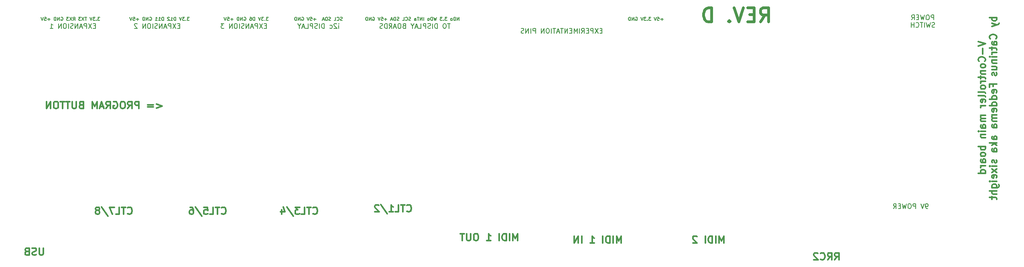
<source format=gbo>
G04 #@! TF.FileFunction,Legend,Bot*
%FSLAX46Y46*%
G04 Gerber Fmt 4.6, Leading zero omitted, Abs format (unit mm)*
G04 Created by KiCad (PCBNEW 4.0.2-stable) date 2-10-2019 17:22:44*
%MOMM*%
G01*
G04 APERTURE LIST*
%ADD10C,0.100000*%
%ADD11C,0.200000*%
%ADD12C,0.140000*%
%ADD13C,0.300000*%
%ADD14C,0.600000*%
G04 APERTURE END LIST*
D10*
D11*
X155853809Y-88320571D02*
X155520475Y-88320571D01*
X155377618Y-88844381D02*
X155853809Y-88844381D01*
X155853809Y-87844381D01*
X155377618Y-87844381D01*
X155044285Y-87844381D02*
X154377618Y-88844381D01*
X154377618Y-87844381D02*
X155044285Y-88844381D01*
X153996666Y-88844381D02*
X153996666Y-87844381D01*
X153615713Y-87844381D01*
X153520475Y-87892000D01*
X153472856Y-87939619D01*
X153425237Y-88034857D01*
X153425237Y-88177714D01*
X153472856Y-88272952D01*
X153520475Y-88320571D01*
X153615713Y-88368190D01*
X153996666Y-88368190D01*
X152996666Y-88320571D02*
X152663332Y-88320571D01*
X152520475Y-88844381D02*
X152996666Y-88844381D01*
X152996666Y-87844381D01*
X152520475Y-87844381D01*
X151520475Y-88844381D02*
X151853809Y-88368190D01*
X152091904Y-88844381D02*
X152091904Y-87844381D01*
X151710951Y-87844381D01*
X151615713Y-87892000D01*
X151568094Y-87939619D01*
X151520475Y-88034857D01*
X151520475Y-88177714D01*
X151568094Y-88272952D01*
X151615713Y-88320571D01*
X151710951Y-88368190D01*
X152091904Y-88368190D01*
X151091904Y-88844381D02*
X151091904Y-87844381D01*
X150615714Y-88844381D02*
X150615714Y-87844381D01*
X150282380Y-88558667D01*
X149949047Y-87844381D01*
X149949047Y-88844381D01*
X149472857Y-88320571D02*
X149139523Y-88320571D01*
X148996666Y-88844381D02*
X149472857Y-88844381D01*
X149472857Y-87844381D01*
X148996666Y-87844381D01*
X148568095Y-88844381D02*
X148568095Y-87844381D01*
X147996666Y-88844381D01*
X147996666Y-87844381D01*
X147663333Y-87844381D02*
X147091904Y-87844381D01*
X147377619Y-88844381D02*
X147377619Y-87844381D01*
X146806190Y-88558667D02*
X146329999Y-88558667D01*
X146901428Y-88844381D02*
X146568095Y-87844381D01*
X146234761Y-88844381D01*
X146044285Y-87844381D02*
X145472856Y-87844381D01*
X145758571Y-88844381D02*
X145758571Y-87844381D01*
X145139523Y-88844381D02*
X145139523Y-87844381D01*
X144472857Y-87844381D02*
X144282380Y-87844381D01*
X144187142Y-87892000D01*
X144091904Y-87987238D01*
X144044285Y-88177714D01*
X144044285Y-88511048D01*
X144091904Y-88701524D01*
X144187142Y-88796762D01*
X144282380Y-88844381D01*
X144472857Y-88844381D01*
X144568095Y-88796762D01*
X144663333Y-88701524D01*
X144710952Y-88511048D01*
X144710952Y-88177714D01*
X144663333Y-87987238D01*
X144568095Y-87892000D01*
X144472857Y-87844381D01*
X143615714Y-88844381D02*
X143615714Y-87844381D01*
X143044285Y-88844381D01*
X143044285Y-87844381D01*
X141806190Y-88844381D02*
X141806190Y-87844381D01*
X141425237Y-87844381D01*
X141329999Y-87892000D01*
X141282380Y-87939619D01*
X141234761Y-88034857D01*
X141234761Y-88177714D01*
X141282380Y-88272952D01*
X141329999Y-88320571D01*
X141425237Y-88368190D01*
X141806190Y-88368190D01*
X140806190Y-88844381D02*
X140806190Y-87844381D01*
X140330000Y-88844381D02*
X140330000Y-87844381D01*
X139758571Y-88844381D01*
X139758571Y-87844381D01*
X139330000Y-88796762D02*
X139187143Y-88844381D01*
X138949047Y-88844381D01*
X138853809Y-88796762D01*
X138806190Y-88749143D01*
X138758571Y-88653905D01*
X138758571Y-88558667D01*
X138806190Y-88463429D01*
X138853809Y-88415810D01*
X138949047Y-88368190D01*
X139139524Y-88320571D01*
X139234762Y-88272952D01*
X139282381Y-88225333D01*
X139330000Y-88130095D01*
X139330000Y-88034857D01*
X139282381Y-87939619D01*
X139234762Y-87892000D01*
X139139524Y-87844381D01*
X138901428Y-87844381D01*
X138758571Y-87892000D01*
X224537619Y-125928381D02*
X224347143Y-125928381D01*
X224251904Y-125880762D01*
X224204285Y-125833143D01*
X224109047Y-125690286D01*
X224061428Y-125499810D01*
X224061428Y-125118857D01*
X224109047Y-125023619D01*
X224156666Y-124976000D01*
X224251904Y-124928381D01*
X224442381Y-124928381D01*
X224537619Y-124976000D01*
X224585238Y-125023619D01*
X224632857Y-125118857D01*
X224632857Y-125356952D01*
X224585238Y-125452190D01*
X224537619Y-125499810D01*
X224442381Y-125547429D01*
X224251904Y-125547429D01*
X224156666Y-125499810D01*
X224109047Y-125452190D01*
X224061428Y-125356952D01*
X223775714Y-124928381D02*
X223442381Y-125928381D01*
X223109047Y-124928381D01*
X222013809Y-125928381D02*
X222013809Y-124928381D01*
X221632856Y-124928381D01*
X221537618Y-124976000D01*
X221489999Y-125023619D01*
X221442380Y-125118857D01*
X221442380Y-125261714D01*
X221489999Y-125356952D01*
X221537618Y-125404571D01*
X221632856Y-125452190D01*
X222013809Y-125452190D01*
X220823333Y-124928381D02*
X220632856Y-124928381D01*
X220537618Y-124976000D01*
X220442380Y-125071238D01*
X220394761Y-125261714D01*
X220394761Y-125595048D01*
X220442380Y-125785524D01*
X220537618Y-125880762D01*
X220632856Y-125928381D01*
X220823333Y-125928381D01*
X220918571Y-125880762D01*
X221013809Y-125785524D01*
X221061428Y-125595048D01*
X221061428Y-125261714D01*
X221013809Y-125071238D01*
X220918571Y-124976000D01*
X220823333Y-124928381D01*
X220061428Y-124928381D02*
X219823333Y-125928381D01*
X219632856Y-125214095D01*
X219442380Y-125928381D01*
X219204285Y-124928381D01*
X218823333Y-125404571D02*
X218489999Y-125404571D01*
X218347142Y-125928381D02*
X218823333Y-125928381D01*
X218823333Y-124928381D01*
X218347142Y-124928381D01*
X217347142Y-125928381D02*
X217680476Y-125452190D01*
X217918571Y-125928381D02*
X217918571Y-124928381D01*
X217537618Y-124928381D01*
X217442380Y-124976000D01*
X217394761Y-125023619D01*
X217347142Y-125118857D01*
X217347142Y-125261714D01*
X217394761Y-125356952D01*
X217442380Y-125404571D01*
X217537618Y-125452190D01*
X217918571Y-125452190D01*
X225839524Y-86012381D02*
X225839524Y-85012381D01*
X225458571Y-85012381D01*
X225363333Y-85060000D01*
X225315714Y-85107619D01*
X225268095Y-85202857D01*
X225268095Y-85345714D01*
X225315714Y-85440952D01*
X225363333Y-85488571D01*
X225458571Y-85536190D01*
X225839524Y-85536190D01*
X224649048Y-85012381D02*
X224458571Y-85012381D01*
X224363333Y-85060000D01*
X224268095Y-85155238D01*
X224220476Y-85345714D01*
X224220476Y-85679048D01*
X224268095Y-85869524D01*
X224363333Y-85964762D01*
X224458571Y-86012381D01*
X224649048Y-86012381D01*
X224744286Y-85964762D01*
X224839524Y-85869524D01*
X224887143Y-85679048D01*
X224887143Y-85345714D01*
X224839524Y-85155238D01*
X224744286Y-85060000D01*
X224649048Y-85012381D01*
X223887143Y-85012381D02*
X223649048Y-86012381D01*
X223458571Y-85298095D01*
X223268095Y-86012381D01*
X223030000Y-85012381D01*
X222649048Y-85488571D02*
X222315714Y-85488571D01*
X222172857Y-86012381D02*
X222649048Y-86012381D01*
X222649048Y-85012381D01*
X222172857Y-85012381D01*
X221172857Y-86012381D02*
X221506191Y-85536190D01*
X221744286Y-86012381D02*
X221744286Y-85012381D01*
X221363333Y-85012381D01*
X221268095Y-85060000D01*
X221220476Y-85107619D01*
X221172857Y-85202857D01*
X221172857Y-85345714D01*
X221220476Y-85440952D01*
X221268095Y-85488571D01*
X221363333Y-85536190D01*
X221744286Y-85536190D01*
X226030000Y-87564762D02*
X225887143Y-87612381D01*
X225649047Y-87612381D01*
X225553809Y-87564762D01*
X225506190Y-87517143D01*
X225458571Y-87421905D01*
X225458571Y-87326667D01*
X225506190Y-87231429D01*
X225553809Y-87183810D01*
X225649047Y-87136190D01*
X225839524Y-87088571D01*
X225934762Y-87040952D01*
X225982381Y-86993333D01*
X226030000Y-86898095D01*
X226030000Y-86802857D01*
X225982381Y-86707619D01*
X225934762Y-86660000D01*
X225839524Y-86612381D01*
X225601428Y-86612381D01*
X225458571Y-86660000D01*
X225125238Y-86612381D02*
X224887143Y-87612381D01*
X224696666Y-86898095D01*
X224506190Y-87612381D01*
X224268095Y-86612381D01*
X223887143Y-87612381D02*
X223887143Y-86612381D01*
X223553810Y-86612381D02*
X222982381Y-86612381D01*
X223268096Y-87612381D02*
X223268096Y-86612381D01*
X222077619Y-87517143D02*
X222125238Y-87564762D01*
X222268095Y-87612381D01*
X222363333Y-87612381D01*
X222506191Y-87564762D01*
X222601429Y-87469524D01*
X222649048Y-87374286D01*
X222696667Y-87183810D01*
X222696667Y-87040952D01*
X222649048Y-86850476D01*
X222601429Y-86755238D01*
X222506191Y-86660000D01*
X222363333Y-86612381D01*
X222268095Y-86612381D01*
X222125238Y-86660000D01*
X222077619Y-86707619D01*
X221649048Y-87612381D02*
X221649048Y-86612381D01*
X221649048Y-87088571D02*
X221077619Y-87088571D01*
X221077619Y-87612381D02*
X221077619Y-86612381D01*
D12*
X168743333Y-85902000D02*
X168210000Y-85902000D01*
X168476667Y-86168667D02*
X168476667Y-85635333D01*
X167543333Y-85468667D02*
X167876666Y-85468667D01*
X167910000Y-85802000D01*
X167876666Y-85768667D01*
X167810000Y-85735333D01*
X167643333Y-85735333D01*
X167576666Y-85768667D01*
X167543333Y-85802000D01*
X167510000Y-85868667D01*
X167510000Y-86035333D01*
X167543333Y-86102000D01*
X167576666Y-86135333D01*
X167643333Y-86168667D01*
X167810000Y-86168667D01*
X167876666Y-86135333D01*
X167910000Y-86102000D01*
X167309999Y-85468667D02*
X167076666Y-86168667D01*
X166843333Y-85468667D01*
X166143333Y-85468667D02*
X165710000Y-85468667D01*
X165943333Y-85735333D01*
X165843333Y-85735333D01*
X165776666Y-85768667D01*
X165743333Y-85802000D01*
X165710000Y-85868667D01*
X165710000Y-86035333D01*
X165743333Y-86102000D01*
X165776666Y-86135333D01*
X165843333Y-86168667D01*
X166043333Y-86168667D01*
X166110000Y-86135333D01*
X166143333Y-86102000D01*
X165409999Y-86102000D02*
X165376666Y-86135333D01*
X165409999Y-86168667D01*
X165443333Y-86135333D01*
X165409999Y-86102000D01*
X165409999Y-86168667D01*
X165143333Y-85468667D02*
X164710000Y-85468667D01*
X164943333Y-85735333D01*
X164843333Y-85735333D01*
X164776666Y-85768667D01*
X164743333Y-85802000D01*
X164710000Y-85868667D01*
X164710000Y-86035333D01*
X164743333Y-86102000D01*
X164776666Y-86135333D01*
X164843333Y-86168667D01*
X165043333Y-86168667D01*
X165110000Y-86135333D01*
X165143333Y-86102000D01*
X164509999Y-85468667D02*
X164276666Y-86168667D01*
X164043333Y-85468667D01*
X162910000Y-85502000D02*
X162976666Y-85468667D01*
X163076666Y-85468667D01*
X163176666Y-85502000D01*
X163243333Y-85568667D01*
X163276666Y-85635333D01*
X163310000Y-85768667D01*
X163310000Y-85868667D01*
X163276666Y-86002000D01*
X163243333Y-86068667D01*
X163176666Y-86135333D01*
X163076666Y-86168667D01*
X163010000Y-86168667D01*
X162910000Y-86135333D01*
X162876666Y-86102000D01*
X162876666Y-85868667D01*
X163010000Y-85868667D01*
X162576666Y-86168667D02*
X162576666Y-85468667D01*
X162176666Y-86168667D01*
X162176666Y-85468667D01*
X161843333Y-86168667D02*
X161843333Y-85468667D01*
X161676667Y-85468667D01*
X161576667Y-85502000D01*
X161510000Y-85568667D01*
X161476667Y-85635333D01*
X161443333Y-85768667D01*
X161443333Y-85868667D01*
X161476667Y-86002000D01*
X161510000Y-86068667D01*
X161576667Y-86135333D01*
X161676667Y-86168667D01*
X161843333Y-86168667D01*
D13*
X114698571Y-126519714D02*
X114770000Y-126591143D01*
X114984286Y-126662571D01*
X115127143Y-126662571D01*
X115341428Y-126591143D01*
X115484286Y-126448286D01*
X115555714Y-126305429D01*
X115627143Y-126019714D01*
X115627143Y-125805429D01*
X115555714Y-125519714D01*
X115484286Y-125376857D01*
X115341428Y-125234000D01*
X115127143Y-125162571D01*
X114984286Y-125162571D01*
X114770000Y-125234000D01*
X114698571Y-125305429D01*
X114270000Y-125162571D02*
X113412857Y-125162571D01*
X113841428Y-126662571D02*
X113841428Y-125162571D01*
X112198571Y-126662571D02*
X112912857Y-126662571D01*
X112912857Y-125162571D01*
X110912857Y-126662571D02*
X111770000Y-126662571D01*
X111341428Y-126662571D02*
X111341428Y-125162571D01*
X111484285Y-125376857D01*
X111627143Y-125519714D01*
X111770000Y-125591143D01*
X109198572Y-125091143D02*
X110484286Y-127019714D01*
X108770000Y-125305429D02*
X108698571Y-125234000D01*
X108555714Y-125162571D01*
X108198571Y-125162571D01*
X108055714Y-125234000D01*
X107984285Y-125305429D01*
X107912857Y-125448286D01*
X107912857Y-125591143D01*
X107984285Y-125805429D01*
X108841428Y-126662571D01*
X107912857Y-126662571D01*
D11*
X48967905Y-87304571D02*
X48634571Y-87304571D01*
X48491714Y-87828381D02*
X48967905Y-87828381D01*
X48967905Y-86828381D01*
X48491714Y-86828381D01*
X48158381Y-86828381D02*
X47491714Y-87828381D01*
X47491714Y-86828381D02*
X48158381Y-87828381D01*
X47110762Y-87828381D02*
X47110762Y-86828381D01*
X46729809Y-86828381D01*
X46634571Y-86876000D01*
X46586952Y-86923619D01*
X46539333Y-87018857D01*
X46539333Y-87161714D01*
X46586952Y-87256952D01*
X46634571Y-87304571D01*
X46729809Y-87352190D01*
X47110762Y-87352190D01*
X46158381Y-87542667D02*
X45682190Y-87542667D01*
X46253619Y-87828381D02*
X45920286Y-86828381D01*
X45586952Y-87828381D01*
X45253619Y-87828381D02*
X45253619Y-86828381D01*
X44682190Y-87828381D01*
X44682190Y-86828381D01*
X44253619Y-87780762D02*
X44110762Y-87828381D01*
X43872666Y-87828381D01*
X43777428Y-87780762D01*
X43729809Y-87733143D01*
X43682190Y-87637905D01*
X43682190Y-87542667D01*
X43729809Y-87447429D01*
X43777428Y-87399810D01*
X43872666Y-87352190D01*
X44063143Y-87304571D01*
X44158381Y-87256952D01*
X44206000Y-87209333D01*
X44253619Y-87114095D01*
X44253619Y-87018857D01*
X44206000Y-86923619D01*
X44158381Y-86876000D01*
X44063143Y-86828381D01*
X43825047Y-86828381D01*
X43682190Y-86876000D01*
X43253619Y-87828381D02*
X43253619Y-86828381D01*
X42586953Y-86828381D02*
X42396476Y-86828381D01*
X42301238Y-86876000D01*
X42206000Y-86971238D01*
X42158381Y-87161714D01*
X42158381Y-87495048D01*
X42206000Y-87685524D01*
X42301238Y-87780762D01*
X42396476Y-87828381D01*
X42586953Y-87828381D01*
X42682191Y-87780762D01*
X42777429Y-87685524D01*
X42825048Y-87495048D01*
X42825048Y-87161714D01*
X42777429Y-86971238D01*
X42682191Y-86876000D01*
X42586953Y-86828381D01*
X41729810Y-87828381D02*
X41729810Y-86828381D01*
X41158381Y-87828381D01*
X41158381Y-86828381D01*
X39396476Y-87828381D02*
X39967905Y-87828381D01*
X39682191Y-87828381D02*
X39682191Y-86828381D01*
X39777429Y-86971238D01*
X39872667Y-87066476D01*
X39967905Y-87114095D01*
X66747905Y-87304571D02*
X66414571Y-87304571D01*
X66271714Y-87828381D02*
X66747905Y-87828381D01*
X66747905Y-86828381D01*
X66271714Y-86828381D01*
X65938381Y-86828381D02*
X65271714Y-87828381D01*
X65271714Y-86828381D02*
X65938381Y-87828381D01*
X64890762Y-87828381D02*
X64890762Y-86828381D01*
X64509809Y-86828381D01*
X64414571Y-86876000D01*
X64366952Y-86923619D01*
X64319333Y-87018857D01*
X64319333Y-87161714D01*
X64366952Y-87256952D01*
X64414571Y-87304571D01*
X64509809Y-87352190D01*
X64890762Y-87352190D01*
X63938381Y-87542667D02*
X63462190Y-87542667D01*
X64033619Y-87828381D02*
X63700286Y-86828381D01*
X63366952Y-87828381D01*
X63033619Y-87828381D02*
X63033619Y-86828381D01*
X62462190Y-87828381D01*
X62462190Y-86828381D01*
X62033619Y-87780762D02*
X61890762Y-87828381D01*
X61652666Y-87828381D01*
X61557428Y-87780762D01*
X61509809Y-87733143D01*
X61462190Y-87637905D01*
X61462190Y-87542667D01*
X61509809Y-87447429D01*
X61557428Y-87399810D01*
X61652666Y-87352190D01*
X61843143Y-87304571D01*
X61938381Y-87256952D01*
X61986000Y-87209333D01*
X62033619Y-87114095D01*
X62033619Y-87018857D01*
X61986000Y-86923619D01*
X61938381Y-86876000D01*
X61843143Y-86828381D01*
X61605047Y-86828381D01*
X61462190Y-86876000D01*
X61033619Y-87828381D02*
X61033619Y-86828381D01*
X60366953Y-86828381D02*
X60176476Y-86828381D01*
X60081238Y-86876000D01*
X59986000Y-86971238D01*
X59938381Y-87161714D01*
X59938381Y-87495048D01*
X59986000Y-87685524D01*
X60081238Y-87780762D01*
X60176476Y-87828381D01*
X60366953Y-87828381D01*
X60462191Y-87780762D01*
X60557429Y-87685524D01*
X60605048Y-87495048D01*
X60605048Y-87161714D01*
X60557429Y-86971238D01*
X60462191Y-86876000D01*
X60366953Y-86828381D01*
X59509810Y-87828381D02*
X59509810Y-86828381D01*
X58938381Y-87828381D01*
X58938381Y-86828381D01*
X57747905Y-86923619D02*
X57700286Y-86876000D01*
X57605048Y-86828381D01*
X57366952Y-86828381D01*
X57271714Y-86876000D01*
X57224095Y-86923619D01*
X57176476Y-87018857D01*
X57176476Y-87114095D01*
X57224095Y-87256952D01*
X57795524Y-87828381D01*
X57176476Y-87828381D01*
X85035905Y-87304571D02*
X84702571Y-87304571D01*
X84559714Y-87828381D02*
X85035905Y-87828381D01*
X85035905Y-86828381D01*
X84559714Y-86828381D01*
X84226381Y-86828381D02*
X83559714Y-87828381D01*
X83559714Y-86828381D02*
X84226381Y-87828381D01*
X83178762Y-87828381D02*
X83178762Y-86828381D01*
X82797809Y-86828381D01*
X82702571Y-86876000D01*
X82654952Y-86923619D01*
X82607333Y-87018857D01*
X82607333Y-87161714D01*
X82654952Y-87256952D01*
X82702571Y-87304571D01*
X82797809Y-87352190D01*
X83178762Y-87352190D01*
X82226381Y-87542667D02*
X81750190Y-87542667D01*
X82321619Y-87828381D02*
X81988286Y-86828381D01*
X81654952Y-87828381D01*
X81321619Y-87828381D02*
X81321619Y-86828381D01*
X80750190Y-87828381D01*
X80750190Y-86828381D01*
X80321619Y-87780762D02*
X80178762Y-87828381D01*
X79940666Y-87828381D01*
X79845428Y-87780762D01*
X79797809Y-87733143D01*
X79750190Y-87637905D01*
X79750190Y-87542667D01*
X79797809Y-87447429D01*
X79845428Y-87399810D01*
X79940666Y-87352190D01*
X80131143Y-87304571D01*
X80226381Y-87256952D01*
X80274000Y-87209333D01*
X80321619Y-87114095D01*
X80321619Y-87018857D01*
X80274000Y-86923619D01*
X80226381Y-86876000D01*
X80131143Y-86828381D01*
X79893047Y-86828381D01*
X79750190Y-86876000D01*
X79321619Y-87828381D02*
X79321619Y-86828381D01*
X78654953Y-86828381D02*
X78464476Y-86828381D01*
X78369238Y-86876000D01*
X78274000Y-86971238D01*
X78226381Y-87161714D01*
X78226381Y-87495048D01*
X78274000Y-87685524D01*
X78369238Y-87780762D01*
X78464476Y-87828381D01*
X78654953Y-87828381D01*
X78750191Y-87780762D01*
X78845429Y-87685524D01*
X78893048Y-87495048D01*
X78893048Y-87161714D01*
X78845429Y-86971238D01*
X78750191Y-86876000D01*
X78654953Y-86828381D01*
X77797810Y-87828381D02*
X77797810Y-86828381D01*
X77226381Y-87828381D01*
X77226381Y-86828381D01*
X76083524Y-86828381D02*
X75464476Y-86828381D01*
X75797810Y-87209333D01*
X75654952Y-87209333D01*
X75559714Y-87256952D01*
X75512095Y-87304571D01*
X75464476Y-87399810D01*
X75464476Y-87637905D01*
X75512095Y-87733143D01*
X75559714Y-87780762D01*
X75654952Y-87828381D01*
X75940667Y-87828381D01*
X76035905Y-87780762D01*
X76083524Y-87733143D01*
X100283905Y-87828381D02*
X100283905Y-87161714D01*
X100283905Y-86828381D02*
X100331524Y-86876000D01*
X100283905Y-86923619D01*
X100236286Y-86876000D01*
X100283905Y-86828381D01*
X100283905Y-86923619D01*
X99855334Y-86923619D02*
X99807715Y-86876000D01*
X99712477Y-86828381D01*
X99474381Y-86828381D01*
X99379143Y-86876000D01*
X99331524Y-86923619D01*
X99283905Y-87018857D01*
X99283905Y-87114095D01*
X99331524Y-87256952D01*
X99902953Y-87828381D01*
X99283905Y-87828381D01*
X98426762Y-87780762D02*
X98522000Y-87828381D01*
X98712477Y-87828381D01*
X98807715Y-87780762D01*
X98855334Y-87733143D01*
X98902953Y-87637905D01*
X98902953Y-87352190D01*
X98855334Y-87256952D01*
X98807715Y-87209333D01*
X98712477Y-87161714D01*
X98522000Y-87161714D01*
X98426762Y-87209333D01*
X97236286Y-87828381D02*
X97236286Y-86828381D01*
X96998191Y-86828381D01*
X96855333Y-86876000D01*
X96760095Y-86971238D01*
X96712476Y-87066476D01*
X96664857Y-87256952D01*
X96664857Y-87399810D01*
X96712476Y-87590286D01*
X96760095Y-87685524D01*
X96855333Y-87780762D01*
X96998191Y-87828381D01*
X97236286Y-87828381D01*
X96236286Y-87828381D02*
X96236286Y-86828381D01*
X95807715Y-87780762D02*
X95664858Y-87828381D01*
X95426762Y-87828381D01*
X95331524Y-87780762D01*
X95283905Y-87733143D01*
X95236286Y-87637905D01*
X95236286Y-87542667D01*
X95283905Y-87447429D01*
X95331524Y-87399810D01*
X95426762Y-87352190D01*
X95617239Y-87304571D01*
X95712477Y-87256952D01*
X95760096Y-87209333D01*
X95807715Y-87114095D01*
X95807715Y-87018857D01*
X95760096Y-86923619D01*
X95712477Y-86876000D01*
X95617239Y-86828381D01*
X95379143Y-86828381D01*
X95236286Y-86876000D01*
X94807715Y-87828381D02*
X94807715Y-86828381D01*
X94426762Y-86828381D01*
X94331524Y-86876000D01*
X94283905Y-86923619D01*
X94236286Y-87018857D01*
X94236286Y-87161714D01*
X94283905Y-87256952D01*
X94331524Y-87304571D01*
X94426762Y-87352190D01*
X94807715Y-87352190D01*
X93331524Y-87828381D02*
X93807715Y-87828381D01*
X93807715Y-86828381D01*
X93045810Y-87542667D02*
X92569619Y-87542667D01*
X93141048Y-87828381D02*
X92807715Y-86828381D01*
X92474381Y-87828381D01*
X91950572Y-87352190D02*
X91950572Y-87828381D01*
X92283905Y-86828381D02*
X91950572Y-87352190D01*
X91617238Y-86828381D01*
X123818191Y-86828381D02*
X123246762Y-86828381D01*
X123532477Y-87828381D02*
X123532477Y-86828381D01*
X122722953Y-86828381D02*
X122532476Y-86828381D01*
X122437238Y-86876000D01*
X122342000Y-86971238D01*
X122294381Y-87161714D01*
X122294381Y-87495048D01*
X122342000Y-87685524D01*
X122437238Y-87780762D01*
X122532476Y-87828381D01*
X122722953Y-87828381D01*
X122818191Y-87780762D01*
X122913429Y-87685524D01*
X122961048Y-87495048D01*
X122961048Y-87161714D01*
X122913429Y-86971238D01*
X122818191Y-86876000D01*
X122722953Y-86828381D01*
X121103905Y-87828381D02*
X121103905Y-86828381D01*
X120865810Y-86828381D01*
X120722952Y-86876000D01*
X120627714Y-86971238D01*
X120580095Y-87066476D01*
X120532476Y-87256952D01*
X120532476Y-87399810D01*
X120580095Y-87590286D01*
X120627714Y-87685524D01*
X120722952Y-87780762D01*
X120865810Y-87828381D01*
X121103905Y-87828381D01*
X120103905Y-87828381D02*
X120103905Y-86828381D01*
X119675334Y-87780762D02*
X119532477Y-87828381D01*
X119294381Y-87828381D01*
X119199143Y-87780762D01*
X119151524Y-87733143D01*
X119103905Y-87637905D01*
X119103905Y-87542667D01*
X119151524Y-87447429D01*
X119199143Y-87399810D01*
X119294381Y-87352190D01*
X119484858Y-87304571D01*
X119580096Y-87256952D01*
X119627715Y-87209333D01*
X119675334Y-87114095D01*
X119675334Y-87018857D01*
X119627715Y-86923619D01*
X119580096Y-86876000D01*
X119484858Y-86828381D01*
X119246762Y-86828381D01*
X119103905Y-86876000D01*
X118675334Y-87828381D02*
X118675334Y-86828381D01*
X118294381Y-86828381D01*
X118199143Y-86876000D01*
X118151524Y-86923619D01*
X118103905Y-87018857D01*
X118103905Y-87161714D01*
X118151524Y-87256952D01*
X118199143Y-87304571D01*
X118294381Y-87352190D01*
X118675334Y-87352190D01*
X117199143Y-87828381D02*
X117675334Y-87828381D01*
X117675334Y-86828381D01*
X116913429Y-87542667D02*
X116437238Y-87542667D01*
X117008667Y-87828381D02*
X116675334Y-86828381D01*
X116342000Y-87828381D01*
X115818191Y-87352190D02*
X115818191Y-87828381D01*
X116151524Y-86828381D02*
X115818191Y-87352190D01*
X115484857Y-86828381D01*
X114056285Y-87304571D02*
X113913428Y-87352190D01*
X113865809Y-87399810D01*
X113818190Y-87495048D01*
X113818190Y-87637905D01*
X113865809Y-87733143D01*
X113913428Y-87780762D01*
X114008666Y-87828381D01*
X114389619Y-87828381D01*
X114389619Y-86828381D01*
X114056285Y-86828381D01*
X113961047Y-86876000D01*
X113913428Y-86923619D01*
X113865809Y-87018857D01*
X113865809Y-87114095D01*
X113913428Y-87209333D01*
X113961047Y-87256952D01*
X114056285Y-87304571D01*
X114389619Y-87304571D01*
X113199143Y-86828381D02*
X113008666Y-86828381D01*
X112913428Y-86876000D01*
X112818190Y-86971238D01*
X112770571Y-87161714D01*
X112770571Y-87495048D01*
X112818190Y-87685524D01*
X112913428Y-87780762D01*
X113008666Y-87828381D01*
X113199143Y-87828381D01*
X113294381Y-87780762D01*
X113389619Y-87685524D01*
X113437238Y-87495048D01*
X113437238Y-87161714D01*
X113389619Y-86971238D01*
X113294381Y-86876000D01*
X113199143Y-86828381D01*
X112389619Y-87542667D02*
X111913428Y-87542667D01*
X112484857Y-87828381D02*
X112151524Y-86828381D01*
X111818190Y-87828381D01*
X110913428Y-87828381D02*
X111246762Y-87352190D01*
X111484857Y-87828381D02*
X111484857Y-86828381D01*
X111103904Y-86828381D01*
X111008666Y-86876000D01*
X110961047Y-86923619D01*
X110913428Y-87018857D01*
X110913428Y-87161714D01*
X110961047Y-87256952D01*
X111008666Y-87304571D01*
X111103904Y-87352190D01*
X111484857Y-87352190D01*
X110484857Y-87828381D02*
X110484857Y-86828381D01*
X110246762Y-86828381D01*
X110103904Y-86876000D01*
X110008666Y-86971238D01*
X109961047Y-87066476D01*
X109913428Y-87256952D01*
X109913428Y-87399810D01*
X109961047Y-87590286D01*
X110008666Y-87685524D01*
X110103904Y-87780762D01*
X110246762Y-87828381D01*
X110484857Y-87828381D01*
X109532476Y-87780762D02*
X109389619Y-87828381D01*
X109151523Y-87828381D01*
X109056285Y-87780762D01*
X109008666Y-87733143D01*
X108961047Y-87637905D01*
X108961047Y-87542667D01*
X109008666Y-87447429D01*
X109056285Y-87399810D01*
X109151523Y-87352190D01*
X109342000Y-87304571D01*
X109437238Y-87256952D01*
X109484857Y-87209333D01*
X109532476Y-87114095D01*
X109532476Y-87018857D01*
X109484857Y-86923619D01*
X109437238Y-86876000D01*
X109342000Y-86828381D01*
X109103904Y-86828381D01*
X108961047Y-86876000D01*
D12*
X125667331Y-86168667D02*
X125667331Y-85468667D01*
X125267331Y-86168667D01*
X125267331Y-85468667D01*
X124933998Y-86168667D02*
X124933998Y-85468667D01*
X124767332Y-85468667D01*
X124667332Y-85502000D01*
X124600665Y-85568667D01*
X124567332Y-85635333D01*
X124533998Y-85768667D01*
X124533998Y-85868667D01*
X124567332Y-86002000D01*
X124600665Y-86068667D01*
X124667332Y-86135333D01*
X124767332Y-86168667D01*
X124933998Y-86168667D01*
X124133998Y-86168667D02*
X124200665Y-86135333D01*
X124233998Y-86102000D01*
X124267332Y-86035333D01*
X124267332Y-85835333D01*
X124233998Y-85768667D01*
X124200665Y-85735333D01*
X124133998Y-85702000D01*
X124033998Y-85702000D01*
X123967332Y-85735333D01*
X123933998Y-85768667D01*
X123900665Y-85835333D01*
X123900665Y-86035333D01*
X123933998Y-86102000D01*
X123967332Y-86135333D01*
X124033998Y-86168667D01*
X124133998Y-86168667D01*
X123133999Y-85468667D02*
X122700666Y-85468667D01*
X122933999Y-85735333D01*
X122833999Y-85735333D01*
X122767332Y-85768667D01*
X122733999Y-85802000D01*
X122700666Y-85868667D01*
X122700666Y-86035333D01*
X122733999Y-86102000D01*
X122767332Y-86135333D01*
X122833999Y-86168667D01*
X123033999Y-86168667D01*
X123100666Y-86135333D01*
X123133999Y-86102000D01*
X122400665Y-86102000D02*
X122367332Y-86135333D01*
X122400665Y-86168667D01*
X122433999Y-86135333D01*
X122400665Y-86102000D01*
X122400665Y-86168667D01*
X122133999Y-85468667D02*
X121700666Y-85468667D01*
X121933999Y-85735333D01*
X121833999Y-85735333D01*
X121767332Y-85768667D01*
X121733999Y-85802000D01*
X121700666Y-85868667D01*
X121700666Y-86035333D01*
X121733999Y-86102000D01*
X121767332Y-86135333D01*
X121833999Y-86168667D01*
X122033999Y-86168667D01*
X122100666Y-86135333D01*
X122133999Y-86102000D01*
X120933999Y-85468667D02*
X120767332Y-86168667D01*
X120633999Y-85668667D01*
X120500666Y-86168667D01*
X120333999Y-85468667D01*
X120067332Y-86168667D02*
X120067332Y-85468667D01*
X119900666Y-85468667D01*
X119800666Y-85502000D01*
X119733999Y-85568667D01*
X119700666Y-85635333D01*
X119667332Y-85768667D01*
X119667332Y-85868667D01*
X119700666Y-86002000D01*
X119733999Y-86068667D01*
X119800666Y-86135333D01*
X119900666Y-86168667D01*
X120067332Y-86168667D01*
X119267332Y-86168667D02*
X119333999Y-86135333D01*
X119367332Y-86102000D01*
X119400666Y-86035333D01*
X119400666Y-85835333D01*
X119367332Y-85768667D01*
X119333999Y-85735333D01*
X119267332Y-85702000D01*
X119167332Y-85702000D01*
X119100666Y-85735333D01*
X119067332Y-85768667D01*
X119033999Y-85835333D01*
X119033999Y-86035333D01*
X119067332Y-86102000D01*
X119100666Y-86135333D01*
X119167332Y-86168667D01*
X119267332Y-86168667D01*
X118200666Y-86168667D02*
X118200666Y-85468667D01*
X117867333Y-86168667D02*
X117867333Y-85468667D01*
X117467333Y-86168667D01*
X117467333Y-85468667D01*
X117234000Y-85468667D02*
X116834000Y-85468667D01*
X117034000Y-86168667D02*
X117034000Y-85468667D01*
X116300667Y-86168667D02*
X116300667Y-85802000D01*
X116334001Y-85735333D01*
X116400667Y-85702000D01*
X116534001Y-85702000D01*
X116600667Y-85735333D01*
X116300667Y-86135333D02*
X116367334Y-86168667D01*
X116534001Y-86168667D01*
X116600667Y-86135333D01*
X116634001Y-86068667D01*
X116634001Y-86002000D01*
X116600667Y-85935333D01*
X116534001Y-85902000D01*
X116367334Y-85902000D01*
X116300667Y-85868667D01*
X115467335Y-86135333D02*
X115367335Y-86168667D01*
X115200668Y-86168667D01*
X115134001Y-86135333D01*
X115100668Y-86102000D01*
X115067335Y-86035333D01*
X115067335Y-85968667D01*
X115100668Y-85902000D01*
X115134001Y-85868667D01*
X115200668Y-85835333D01*
X115334001Y-85802000D01*
X115400668Y-85768667D01*
X115434001Y-85735333D01*
X115467335Y-85668667D01*
X115467335Y-85602000D01*
X115434001Y-85535333D01*
X115400668Y-85502000D01*
X115334001Y-85468667D01*
X115167335Y-85468667D01*
X115067335Y-85502000D01*
X114367334Y-86102000D02*
X114400668Y-86135333D01*
X114500668Y-86168667D01*
X114567334Y-86168667D01*
X114667334Y-86135333D01*
X114734001Y-86068667D01*
X114767334Y-86002000D01*
X114800668Y-85868667D01*
X114800668Y-85768667D01*
X114767334Y-85635333D01*
X114734001Y-85568667D01*
X114667334Y-85502000D01*
X114567334Y-85468667D01*
X114500668Y-85468667D01*
X114400668Y-85502000D01*
X114367334Y-85535333D01*
X113734001Y-86168667D02*
X114067334Y-86168667D01*
X114067334Y-85468667D01*
X113000668Y-86135333D02*
X112900668Y-86168667D01*
X112734001Y-86168667D01*
X112667334Y-86135333D01*
X112634001Y-86102000D01*
X112600668Y-86035333D01*
X112600668Y-85968667D01*
X112634001Y-85902000D01*
X112667334Y-85868667D01*
X112734001Y-85835333D01*
X112867334Y-85802000D01*
X112934001Y-85768667D01*
X112967334Y-85735333D01*
X113000668Y-85668667D01*
X113000668Y-85602000D01*
X112967334Y-85535333D01*
X112934001Y-85502000D01*
X112867334Y-85468667D01*
X112700668Y-85468667D01*
X112600668Y-85502000D01*
X112300667Y-86168667D02*
X112300667Y-85468667D01*
X112134001Y-85468667D01*
X112034001Y-85502000D01*
X111967334Y-85568667D01*
X111934001Y-85635333D01*
X111900667Y-85768667D01*
X111900667Y-85868667D01*
X111934001Y-86002000D01*
X111967334Y-86068667D01*
X112034001Y-86135333D01*
X112134001Y-86168667D01*
X112300667Y-86168667D01*
X111634001Y-85968667D02*
X111300667Y-85968667D01*
X111700667Y-86168667D02*
X111467334Y-85468667D01*
X111234001Y-86168667D01*
X110467334Y-85902000D02*
X109934001Y-85902000D01*
X110200668Y-86168667D02*
X110200668Y-85635333D01*
X109267334Y-85468667D02*
X109600667Y-85468667D01*
X109634001Y-85802000D01*
X109600667Y-85768667D01*
X109534001Y-85735333D01*
X109367334Y-85735333D01*
X109300667Y-85768667D01*
X109267334Y-85802000D01*
X109234001Y-85868667D01*
X109234001Y-86035333D01*
X109267334Y-86102000D01*
X109300667Y-86135333D01*
X109367334Y-86168667D01*
X109534001Y-86168667D01*
X109600667Y-86135333D01*
X109634001Y-86102000D01*
X109034000Y-85468667D02*
X108800667Y-86168667D01*
X108567334Y-85468667D01*
X107434001Y-85502000D02*
X107500667Y-85468667D01*
X107600667Y-85468667D01*
X107700667Y-85502000D01*
X107767334Y-85568667D01*
X107800667Y-85635333D01*
X107834001Y-85768667D01*
X107834001Y-85868667D01*
X107800667Y-86002000D01*
X107767334Y-86068667D01*
X107700667Y-86135333D01*
X107600667Y-86168667D01*
X107534001Y-86168667D01*
X107434001Y-86135333D01*
X107400667Y-86102000D01*
X107400667Y-85868667D01*
X107534001Y-85868667D01*
X107100667Y-86168667D02*
X107100667Y-85468667D01*
X106700667Y-86168667D01*
X106700667Y-85468667D01*
X106367334Y-86168667D02*
X106367334Y-85468667D01*
X106200668Y-85468667D01*
X106100668Y-85502000D01*
X106034001Y-85568667D01*
X106000668Y-85635333D01*
X105967334Y-85768667D01*
X105967334Y-85868667D01*
X106000668Y-86002000D01*
X106034001Y-86068667D01*
X106100668Y-86135333D01*
X106200668Y-86168667D01*
X106367334Y-86168667D01*
X101038667Y-86135333D02*
X100938667Y-86168667D01*
X100772000Y-86168667D01*
X100705333Y-86135333D01*
X100672000Y-86102000D01*
X100638667Y-86035333D01*
X100638667Y-85968667D01*
X100672000Y-85902000D01*
X100705333Y-85868667D01*
X100772000Y-85835333D01*
X100905333Y-85802000D01*
X100972000Y-85768667D01*
X101005333Y-85735333D01*
X101038667Y-85668667D01*
X101038667Y-85602000D01*
X101005333Y-85535333D01*
X100972000Y-85502000D01*
X100905333Y-85468667D01*
X100738667Y-85468667D01*
X100638667Y-85502000D01*
X99938666Y-86102000D02*
X99972000Y-86135333D01*
X100072000Y-86168667D01*
X100138666Y-86168667D01*
X100238666Y-86135333D01*
X100305333Y-86068667D01*
X100338666Y-86002000D01*
X100372000Y-85868667D01*
X100372000Y-85768667D01*
X100338666Y-85635333D01*
X100305333Y-85568667D01*
X100238666Y-85502000D01*
X100138666Y-85468667D01*
X100072000Y-85468667D01*
X99972000Y-85502000D01*
X99938666Y-85535333D01*
X99305333Y-86168667D02*
X99638666Y-86168667D01*
X99638666Y-85468667D01*
X98572000Y-86135333D02*
X98472000Y-86168667D01*
X98305333Y-86168667D01*
X98238666Y-86135333D01*
X98205333Y-86102000D01*
X98172000Y-86035333D01*
X98172000Y-85968667D01*
X98205333Y-85902000D01*
X98238666Y-85868667D01*
X98305333Y-85835333D01*
X98438666Y-85802000D01*
X98505333Y-85768667D01*
X98538666Y-85735333D01*
X98572000Y-85668667D01*
X98572000Y-85602000D01*
X98538666Y-85535333D01*
X98505333Y-85502000D01*
X98438666Y-85468667D01*
X98272000Y-85468667D01*
X98172000Y-85502000D01*
X97871999Y-86168667D02*
X97871999Y-85468667D01*
X97705333Y-85468667D01*
X97605333Y-85502000D01*
X97538666Y-85568667D01*
X97505333Y-85635333D01*
X97471999Y-85768667D01*
X97471999Y-85868667D01*
X97505333Y-86002000D01*
X97538666Y-86068667D01*
X97605333Y-86135333D01*
X97705333Y-86168667D01*
X97871999Y-86168667D01*
X97205333Y-85968667D02*
X96871999Y-85968667D01*
X97271999Y-86168667D02*
X97038666Y-85468667D01*
X96805333Y-86168667D01*
X95505333Y-85902000D02*
X94972000Y-85902000D01*
X95238667Y-86168667D02*
X95238667Y-85635333D01*
X94305333Y-85468667D02*
X94638666Y-85468667D01*
X94672000Y-85802000D01*
X94638666Y-85768667D01*
X94572000Y-85735333D01*
X94405333Y-85735333D01*
X94338666Y-85768667D01*
X94305333Y-85802000D01*
X94272000Y-85868667D01*
X94272000Y-86035333D01*
X94305333Y-86102000D01*
X94338666Y-86135333D01*
X94405333Y-86168667D01*
X94572000Y-86168667D01*
X94638666Y-86135333D01*
X94672000Y-86102000D01*
X94071999Y-85468667D02*
X93838666Y-86168667D01*
X93605333Y-85468667D01*
X92472000Y-85502000D02*
X92538666Y-85468667D01*
X92638666Y-85468667D01*
X92738666Y-85502000D01*
X92805333Y-85568667D01*
X92838666Y-85635333D01*
X92872000Y-85768667D01*
X92872000Y-85868667D01*
X92838666Y-86002000D01*
X92805333Y-86068667D01*
X92738666Y-86135333D01*
X92638666Y-86168667D01*
X92572000Y-86168667D01*
X92472000Y-86135333D01*
X92438666Y-86102000D01*
X92438666Y-85868667D01*
X92572000Y-85868667D01*
X92138666Y-86168667D02*
X92138666Y-85468667D01*
X91738666Y-86168667D01*
X91738666Y-85468667D01*
X91405333Y-86168667D02*
X91405333Y-85468667D01*
X91238667Y-85468667D01*
X91138667Y-85502000D01*
X91072000Y-85568667D01*
X91038667Y-85635333D01*
X91005333Y-85768667D01*
X91005333Y-85868667D01*
X91038667Y-86002000D01*
X91072000Y-86068667D01*
X91138667Y-86135333D01*
X91238667Y-86168667D01*
X91405333Y-86168667D01*
X85432000Y-85468667D02*
X84998667Y-85468667D01*
X85232000Y-85735333D01*
X85132000Y-85735333D01*
X85065333Y-85768667D01*
X85032000Y-85802000D01*
X84998667Y-85868667D01*
X84998667Y-86035333D01*
X85032000Y-86102000D01*
X85065333Y-86135333D01*
X85132000Y-86168667D01*
X85332000Y-86168667D01*
X85398667Y-86135333D01*
X85432000Y-86102000D01*
X84698666Y-86102000D02*
X84665333Y-86135333D01*
X84698666Y-86168667D01*
X84732000Y-86135333D01*
X84698666Y-86102000D01*
X84698666Y-86168667D01*
X84432000Y-85468667D02*
X83998667Y-85468667D01*
X84232000Y-85735333D01*
X84132000Y-85735333D01*
X84065333Y-85768667D01*
X84032000Y-85802000D01*
X83998667Y-85868667D01*
X83998667Y-86035333D01*
X84032000Y-86102000D01*
X84065333Y-86135333D01*
X84132000Y-86168667D01*
X84332000Y-86168667D01*
X84398667Y-86135333D01*
X84432000Y-86102000D01*
X83798666Y-85468667D02*
X83565333Y-86168667D01*
X83332000Y-85468667D01*
X82565333Y-86168667D02*
X82565333Y-85468667D01*
X82398667Y-85468667D01*
X82298667Y-85502000D01*
X82232000Y-85568667D01*
X82198667Y-85635333D01*
X82165333Y-85768667D01*
X82165333Y-85868667D01*
X82198667Y-86002000D01*
X82232000Y-86068667D01*
X82298667Y-86135333D01*
X82398667Y-86168667D01*
X82565333Y-86168667D01*
X81565333Y-85468667D02*
X81698667Y-85468667D01*
X81765333Y-85502000D01*
X81798667Y-85535333D01*
X81865333Y-85635333D01*
X81898667Y-85768667D01*
X81898667Y-86035333D01*
X81865333Y-86102000D01*
X81832000Y-86135333D01*
X81765333Y-86168667D01*
X81632000Y-86168667D01*
X81565333Y-86135333D01*
X81532000Y-86102000D01*
X81498667Y-86035333D01*
X81498667Y-85868667D01*
X81532000Y-85802000D01*
X81565333Y-85768667D01*
X81632000Y-85735333D01*
X81765333Y-85735333D01*
X81832000Y-85768667D01*
X81865333Y-85802000D01*
X81898667Y-85868667D01*
X80298667Y-85502000D02*
X80365333Y-85468667D01*
X80465333Y-85468667D01*
X80565333Y-85502000D01*
X80632000Y-85568667D01*
X80665333Y-85635333D01*
X80698667Y-85768667D01*
X80698667Y-85868667D01*
X80665333Y-86002000D01*
X80632000Y-86068667D01*
X80565333Y-86135333D01*
X80465333Y-86168667D01*
X80398667Y-86168667D01*
X80298667Y-86135333D01*
X80265333Y-86102000D01*
X80265333Y-85868667D01*
X80398667Y-85868667D01*
X79965333Y-86168667D02*
X79965333Y-85468667D01*
X79565333Y-86168667D01*
X79565333Y-85468667D01*
X79232000Y-86168667D02*
X79232000Y-85468667D01*
X79065334Y-85468667D01*
X78965334Y-85502000D01*
X78898667Y-85568667D01*
X78865334Y-85635333D01*
X78832000Y-85768667D01*
X78832000Y-85868667D01*
X78865334Y-86002000D01*
X78898667Y-86068667D01*
X78965334Y-86135333D01*
X79065334Y-86168667D01*
X79232000Y-86168667D01*
X77998667Y-85902000D02*
X77465334Y-85902000D01*
X77732001Y-86168667D02*
X77732001Y-85635333D01*
X76798667Y-85468667D02*
X77132000Y-85468667D01*
X77165334Y-85802000D01*
X77132000Y-85768667D01*
X77065334Y-85735333D01*
X76898667Y-85735333D01*
X76832000Y-85768667D01*
X76798667Y-85802000D01*
X76765334Y-85868667D01*
X76765334Y-86035333D01*
X76798667Y-86102000D01*
X76832000Y-86135333D01*
X76898667Y-86168667D01*
X77065334Y-86168667D01*
X77132000Y-86135333D01*
X77165334Y-86102000D01*
X76565333Y-85468667D02*
X76332000Y-86168667D01*
X76098667Y-85468667D01*
X68760667Y-85468667D02*
X68327334Y-85468667D01*
X68560667Y-85735333D01*
X68460667Y-85735333D01*
X68394000Y-85768667D01*
X68360667Y-85802000D01*
X68327334Y-85868667D01*
X68327334Y-86035333D01*
X68360667Y-86102000D01*
X68394000Y-86135333D01*
X68460667Y-86168667D01*
X68660667Y-86168667D01*
X68727334Y-86135333D01*
X68760667Y-86102000D01*
X68027333Y-86102000D02*
X67994000Y-86135333D01*
X68027333Y-86168667D01*
X68060667Y-86135333D01*
X68027333Y-86102000D01*
X68027333Y-86168667D01*
X67760667Y-85468667D02*
X67327334Y-85468667D01*
X67560667Y-85735333D01*
X67460667Y-85735333D01*
X67394000Y-85768667D01*
X67360667Y-85802000D01*
X67327334Y-85868667D01*
X67327334Y-86035333D01*
X67360667Y-86102000D01*
X67394000Y-86135333D01*
X67460667Y-86168667D01*
X67660667Y-86168667D01*
X67727334Y-86135333D01*
X67760667Y-86102000D01*
X67127333Y-85468667D02*
X66894000Y-86168667D01*
X66660667Y-85468667D01*
X65894000Y-86168667D02*
X65894000Y-85468667D01*
X65727334Y-85468667D01*
X65627334Y-85502000D01*
X65560667Y-85568667D01*
X65527334Y-85635333D01*
X65494000Y-85768667D01*
X65494000Y-85868667D01*
X65527334Y-86002000D01*
X65560667Y-86068667D01*
X65627334Y-86135333D01*
X65727334Y-86168667D01*
X65894000Y-86168667D01*
X64827334Y-86168667D02*
X65227334Y-86168667D01*
X65027334Y-86168667D02*
X65027334Y-85468667D01*
X65094000Y-85568667D01*
X65160667Y-85635333D01*
X65227334Y-85668667D01*
X64560667Y-85535333D02*
X64527333Y-85502000D01*
X64460667Y-85468667D01*
X64294000Y-85468667D01*
X64227333Y-85502000D01*
X64194000Y-85535333D01*
X64160667Y-85602000D01*
X64160667Y-85668667D01*
X64194000Y-85768667D01*
X64594000Y-86168667D01*
X64160667Y-86168667D01*
X63327333Y-86168667D02*
X63327333Y-85468667D01*
X63160667Y-85468667D01*
X63060667Y-85502000D01*
X62994000Y-85568667D01*
X62960667Y-85635333D01*
X62927333Y-85768667D01*
X62927333Y-85868667D01*
X62960667Y-86002000D01*
X62994000Y-86068667D01*
X63060667Y-86135333D01*
X63160667Y-86168667D01*
X63327333Y-86168667D01*
X62260667Y-86168667D02*
X62660667Y-86168667D01*
X62460667Y-86168667D02*
X62460667Y-85468667D01*
X62527333Y-85568667D01*
X62594000Y-85635333D01*
X62660667Y-85668667D01*
X61594000Y-86168667D02*
X61994000Y-86168667D01*
X61794000Y-86168667D02*
X61794000Y-85468667D01*
X61860666Y-85568667D01*
X61927333Y-85635333D01*
X61994000Y-85668667D01*
X60394000Y-85502000D02*
X60460666Y-85468667D01*
X60560666Y-85468667D01*
X60660666Y-85502000D01*
X60727333Y-85568667D01*
X60760666Y-85635333D01*
X60794000Y-85768667D01*
X60794000Y-85868667D01*
X60760666Y-86002000D01*
X60727333Y-86068667D01*
X60660666Y-86135333D01*
X60560666Y-86168667D01*
X60494000Y-86168667D01*
X60394000Y-86135333D01*
X60360666Y-86102000D01*
X60360666Y-85868667D01*
X60494000Y-85868667D01*
X60060666Y-86168667D02*
X60060666Y-85468667D01*
X59660666Y-86168667D01*
X59660666Y-85468667D01*
X59327333Y-86168667D02*
X59327333Y-85468667D01*
X59160667Y-85468667D01*
X59060667Y-85502000D01*
X58994000Y-85568667D01*
X58960667Y-85635333D01*
X58927333Y-85768667D01*
X58927333Y-85868667D01*
X58960667Y-86002000D01*
X58994000Y-86068667D01*
X59060667Y-86135333D01*
X59160667Y-86168667D01*
X59327333Y-86168667D01*
X58094000Y-85902000D02*
X57560667Y-85902000D01*
X57827334Y-86168667D02*
X57827334Y-85635333D01*
X56894000Y-85468667D02*
X57227333Y-85468667D01*
X57260667Y-85802000D01*
X57227333Y-85768667D01*
X57160667Y-85735333D01*
X56994000Y-85735333D01*
X56927333Y-85768667D01*
X56894000Y-85802000D01*
X56860667Y-85868667D01*
X56860667Y-86035333D01*
X56894000Y-86102000D01*
X56927333Y-86135333D01*
X56994000Y-86168667D01*
X57160667Y-86168667D01*
X57227333Y-86135333D01*
X57260667Y-86102000D01*
X56660666Y-85468667D02*
X56427333Y-86168667D01*
X56194000Y-85468667D01*
X49881333Y-85468667D02*
X49448000Y-85468667D01*
X49681333Y-85735333D01*
X49581333Y-85735333D01*
X49514666Y-85768667D01*
X49481333Y-85802000D01*
X49448000Y-85868667D01*
X49448000Y-86035333D01*
X49481333Y-86102000D01*
X49514666Y-86135333D01*
X49581333Y-86168667D01*
X49781333Y-86168667D01*
X49848000Y-86135333D01*
X49881333Y-86102000D01*
X49147999Y-86102000D02*
X49114666Y-86135333D01*
X49147999Y-86168667D01*
X49181333Y-86135333D01*
X49147999Y-86102000D01*
X49147999Y-86168667D01*
X48881333Y-85468667D02*
X48448000Y-85468667D01*
X48681333Y-85735333D01*
X48581333Y-85735333D01*
X48514666Y-85768667D01*
X48481333Y-85802000D01*
X48448000Y-85868667D01*
X48448000Y-86035333D01*
X48481333Y-86102000D01*
X48514666Y-86135333D01*
X48581333Y-86168667D01*
X48781333Y-86168667D01*
X48848000Y-86135333D01*
X48881333Y-86102000D01*
X48247999Y-85468667D02*
X48014666Y-86168667D01*
X47781333Y-85468667D01*
X47114666Y-85468667D02*
X46714666Y-85468667D01*
X46914666Y-86168667D02*
X46914666Y-85468667D01*
X46548000Y-85468667D02*
X46081333Y-86168667D01*
X46081333Y-85468667D02*
X46548000Y-86168667D01*
X45881333Y-85468667D02*
X45448000Y-85468667D01*
X45681333Y-85735333D01*
X45581333Y-85735333D01*
X45514666Y-85768667D01*
X45481333Y-85802000D01*
X45448000Y-85868667D01*
X45448000Y-86035333D01*
X45481333Y-86102000D01*
X45514666Y-86135333D01*
X45581333Y-86168667D01*
X45781333Y-86168667D01*
X45848000Y-86135333D01*
X45881333Y-86102000D01*
X44214666Y-86168667D02*
X44448000Y-85835333D01*
X44614666Y-86168667D02*
X44614666Y-85468667D01*
X44348000Y-85468667D01*
X44281333Y-85502000D01*
X44248000Y-85535333D01*
X44214666Y-85602000D01*
X44214666Y-85702000D01*
X44248000Y-85768667D01*
X44281333Y-85802000D01*
X44348000Y-85835333D01*
X44614666Y-85835333D01*
X43981333Y-85468667D02*
X43514666Y-86168667D01*
X43514666Y-85468667D02*
X43981333Y-86168667D01*
X43314666Y-85468667D02*
X42881333Y-85468667D01*
X43114666Y-85735333D01*
X43014666Y-85735333D01*
X42947999Y-85768667D01*
X42914666Y-85802000D01*
X42881333Y-85868667D01*
X42881333Y-86035333D01*
X42914666Y-86102000D01*
X42947999Y-86135333D01*
X43014666Y-86168667D01*
X43214666Y-86168667D01*
X43281333Y-86135333D01*
X43314666Y-86102000D01*
X41681333Y-85502000D02*
X41747999Y-85468667D01*
X41847999Y-85468667D01*
X41947999Y-85502000D01*
X42014666Y-85568667D01*
X42047999Y-85635333D01*
X42081333Y-85768667D01*
X42081333Y-85868667D01*
X42047999Y-86002000D01*
X42014666Y-86068667D01*
X41947999Y-86135333D01*
X41847999Y-86168667D01*
X41781333Y-86168667D01*
X41681333Y-86135333D01*
X41647999Y-86102000D01*
X41647999Y-85868667D01*
X41781333Y-85868667D01*
X41347999Y-86168667D02*
X41347999Y-85468667D01*
X40947999Y-86168667D01*
X40947999Y-85468667D01*
X40614666Y-86168667D02*
X40614666Y-85468667D01*
X40448000Y-85468667D01*
X40348000Y-85502000D01*
X40281333Y-85568667D01*
X40248000Y-85635333D01*
X40214666Y-85768667D01*
X40214666Y-85868667D01*
X40248000Y-86002000D01*
X40281333Y-86068667D01*
X40348000Y-86135333D01*
X40448000Y-86168667D01*
X40614666Y-86168667D01*
X39381333Y-85902000D02*
X38848000Y-85902000D01*
X39114667Y-86168667D02*
X39114667Y-85635333D01*
X38181333Y-85468667D02*
X38514666Y-85468667D01*
X38548000Y-85802000D01*
X38514666Y-85768667D01*
X38448000Y-85735333D01*
X38281333Y-85735333D01*
X38214666Y-85768667D01*
X38181333Y-85802000D01*
X38148000Y-85868667D01*
X38148000Y-86035333D01*
X38181333Y-86102000D01*
X38214666Y-86135333D01*
X38281333Y-86168667D01*
X38448000Y-86168667D01*
X38514666Y-86135333D01*
X38548000Y-86102000D01*
X37947999Y-85468667D02*
X37714666Y-86168667D01*
X37481333Y-85468667D01*
D13*
X37970857Y-134306571D02*
X37970857Y-135520857D01*
X37899429Y-135663714D01*
X37828000Y-135735143D01*
X37685143Y-135806571D01*
X37399429Y-135806571D01*
X37256571Y-135735143D01*
X37185143Y-135663714D01*
X37113714Y-135520857D01*
X37113714Y-134306571D01*
X36470857Y-135735143D02*
X36256571Y-135806571D01*
X35899428Y-135806571D01*
X35756571Y-135735143D01*
X35685142Y-135663714D01*
X35613714Y-135520857D01*
X35613714Y-135378000D01*
X35685142Y-135235143D01*
X35756571Y-135163714D01*
X35899428Y-135092286D01*
X36185142Y-135020857D01*
X36328000Y-134949429D01*
X36399428Y-134878000D01*
X36470857Y-134735143D01*
X36470857Y-134592286D01*
X36399428Y-134449429D01*
X36328000Y-134378000D01*
X36185142Y-134306571D01*
X35828000Y-134306571D01*
X35613714Y-134378000D01*
X34470857Y-135020857D02*
X34256571Y-135092286D01*
X34185143Y-135163714D01*
X34113714Y-135306571D01*
X34113714Y-135520857D01*
X34185143Y-135663714D01*
X34256571Y-135735143D01*
X34399429Y-135806571D01*
X34970857Y-135806571D01*
X34970857Y-134306571D01*
X34470857Y-134306571D01*
X34328000Y-134378000D01*
X34256571Y-134449429D01*
X34185143Y-134592286D01*
X34185143Y-134735143D01*
X34256571Y-134878000D01*
X34328000Y-134949429D01*
X34470857Y-135020857D01*
X34970857Y-135020857D01*
X61845715Y-103818571D02*
X62988572Y-104247143D01*
X61845715Y-104675714D01*
X61131429Y-104032857D02*
X59988572Y-104032857D01*
X59988572Y-104461429D02*
X61131429Y-104461429D01*
X58131429Y-104818571D02*
X58131429Y-103318571D01*
X57560001Y-103318571D01*
X57417143Y-103390000D01*
X57345715Y-103461429D01*
X57274286Y-103604286D01*
X57274286Y-103818571D01*
X57345715Y-103961429D01*
X57417143Y-104032857D01*
X57560001Y-104104286D01*
X58131429Y-104104286D01*
X55774286Y-104818571D02*
X56274286Y-104104286D01*
X56631429Y-104818571D02*
X56631429Y-103318571D01*
X56060001Y-103318571D01*
X55917143Y-103390000D01*
X55845715Y-103461429D01*
X55774286Y-103604286D01*
X55774286Y-103818571D01*
X55845715Y-103961429D01*
X55917143Y-104032857D01*
X56060001Y-104104286D01*
X56631429Y-104104286D01*
X54845715Y-103318571D02*
X54560001Y-103318571D01*
X54417143Y-103390000D01*
X54274286Y-103532857D01*
X54202858Y-103818571D01*
X54202858Y-104318571D01*
X54274286Y-104604286D01*
X54417143Y-104747143D01*
X54560001Y-104818571D01*
X54845715Y-104818571D01*
X54988572Y-104747143D01*
X55131429Y-104604286D01*
X55202858Y-104318571D01*
X55202858Y-103818571D01*
X55131429Y-103532857D01*
X54988572Y-103390000D01*
X54845715Y-103318571D01*
X52774286Y-103390000D02*
X52917143Y-103318571D01*
X53131429Y-103318571D01*
X53345714Y-103390000D01*
X53488572Y-103532857D01*
X53560000Y-103675714D01*
X53631429Y-103961429D01*
X53631429Y-104175714D01*
X53560000Y-104461429D01*
X53488572Y-104604286D01*
X53345714Y-104747143D01*
X53131429Y-104818571D01*
X52988572Y-104818571D01*
X52774286Y-104747143D01*
X52702857Y-104675714D01*
X52702857Y-104175714D01*
X52988572Y-104175714D01*
X51202857Y-104818571D02*
X51702857Y-104104286D01*
X52060000Y-104818571D02*
X52060000Y-103318571D01*
X51488572Y-103318571D01*
X51345714Y-103390000D01*
X51274286Y-103461429D01*
X51202857Y-103604286D01*
X51202857Y-103818571D01*
X51274286Y-103961429D01*
X51345714Y-104032857D01*
X51488572Y-104104286D01*
X52060000Y-104104286D01*
X50631429Y-104390000D02*
X49917143Y-104390000D01*
X50774286Y-104818571D02*
X50274286Y-103318571D01*
X49774286Y-104818571D01*
X49274286Y-104818571D02*
X49274286Y-103318571D01*
X48774286Y-104390000D01*
X48274286Y-103318571D01*
X48274286Y-104818571D01*
X45917143Y-104032857D02*
X45702857Y-104104286D01*
X45631429Y-104175714D01*
X45560000Y-104318571D01*
X45560000Y-104532857D01*
X45631429Y-104675714D01*
X45702857Y-104747143D01*
X45845715Y-104818571D01*
X46417143Y-104818571D01*
X46417143Y-103318571D01*
X45917143Y-103318571D01*
X45774286Y-103390000D01*
X45702857Y-103461429D01*
X45631429Y-103604286D01*
X45631429Y-103747143D01*
X45702857Y-103890000D01*
X45774286Y-103961429D01*
X45917143Y-104032857D01*
X46417143Y-104032857D01*
X44917143Y-103318571D02*
X44917143Y-104532857D01*
X44845715Y-104675714D01*
X44774286Y-104747143D01*
X44631429Y-104818571D01*
X44345715Y-104818571D01*
X44202857Y-104747143D01*
X44131429Y-104675714D01*
X44060000Y-104532857D01*
X44060000Y-103318571D01*
X43560000Y-103318571D02*
X42702857Y-103318571D01*
X43131428Y-104818571D02*
X43131428Y-103318571D01*
X42417143Y-103318571D02*
X41560000Y-103318571D01*
X41988571Y-104818571D02*
X41988571Y-103318571D01*
X40774286Y-103318571D02*
X40488572Y-103318571D01*
X40345714Y-103390000D01*
X40202857Y-103532857D01*
X40131429Y-103818571D01*
X40131429Y-104318571D01*
X40202857Y-104604286D01*
X40345714Y-104747143D01*
X40488572Y-104818571D01*
X40774286Y-104818571D01*
X40917143Y-104747143D01*
X41060000Y-104604286D01*
X41131429Y-104318571D01*
X41131429Y-103818571D01*
X41060000Y-103532857D01*
X40917143Y-103390000D01*
X40774286Y-103318571D01*
X39488571Y-104818571D02*
X39488571Y-103318571D01*
X38631428Y-104818571D01*
X38631428Y-103318571D01*
X94886571Y-127027714D02*
X94958000Y-127099143D01*
X95172286Y-127170571D01*
X95315143Y-127170571D01*
X95529428Y-127099143D01*
X95672286Y-126956286D01*
X95743714Y-126813429D01*
X95815143Y-126527714D01*
X95815143Y-126313429D01*
X95743714Y-126027714D01*
X95672286Y-125884857D01*
X95529428Y-125742000D01*
X95315143Y-125670571D01*
X95172286Y-125670571D01*
X94958000Y-125742000D01*
X94886571Y-125813429D01*
X94458000Y-125670571D02*
X93600857Y-125670571D01*
X94029428Y-127170571D02*
X94029428Y-125670571D01*
X92386571Y-127170571D02*
X93100857Y-127170571D01*
X93100857Y-125670571D01*
X92029428Y-125670571D02*
X91100857Y-125670571D01*
X91600857Y-126242000D01*
X91386571Y-126242000D01*
X91243714Y-126313429D01*
X91172285Y-126384857D01*
X91100857Y-126527714D01*
X91100857Y-126884857D01*
X91172285Y-127027714D01*
X91243714Y-127099143D01*
X91386571Y-127170571D01*
X91815143Y-127170571D01*
X91958000Y-127099143D01*
X92029428Y-127027714D01*
X89386572Y-125599143D02*
X90672286Y-127527714D01*
X88243714Y-126170571D02*
X88243714Y-127170571D01*
X88600857Y-125599143D02*
X88958000Y-126670571D01*
X88029428Y-126670571D01*
X75582571Y-127027714D02*
X75654000Y-127099143D01*
X75868286Y-127170571D01*
X76011143Y-127170571D01*
X76225428Y-127099143D01*
X76368286Y-126956286D01*
X76439714Y-126813429D01*
X76511143Y-126527714D01*
X76511143Y-126313429D01*
X76439714Y-126027714D01*
X76368286Y-125884857D01*
X76225428Y-125742000D01*
X76011143Y-125670571D01*
X75868286Y-125670571D01*
X75654000Y-125742000D01*
X75582571Y-125813429D01*
X75154000Y-125670571D02*
X74296857Y-125670571D01*
X74725428Y-127170571D02*
X74725428Y-125670571D01*
X73082571Y-127170571D02*
X73796857Y-127170571D01*
X73796857Y-125670571D01*
X71868285Y-125670571D02*
X72582571Y-125670571D01*
X72654000Y-126384857D01*
X72582571Y-126313429D01*
X72439714Y-126242000D01*
X72082571Y-126242000D01*
X71939714Y-126313429D01*
X71868285Y-126384857D01*
X71796857Y-126527714D01*
X71796857Y-126884857D01*
X71868285Y-127027714D01*
X71939714Y-127099143D01*
X72082571Y-127170571D01*
X72439714Y-127170571D01*
X72582571Y-127099143D01*
X72654000Y-127027714D01*
X70082572Y-125599143D02*
X71368286Y-127527714D01*
X68939714Y-125670571D02*
X69225428Y-125670571D01*
X69368285Y-125742000D01*
X69439714Y-125813429D01*
X69582571Y-126027714D01*
X69654000Y-126313429D01*
X69654000Y-126884857D01*
X69582571Y-127027714D01*
X69511143Y-127099143D01*
X69368285Y-127170571D01*
X69082571Y-127170571D01*
X68939714Y-127099143D01*
X68868285Y-127027714D01*
X68796857Y-126884857D01*
X68796857Y-126527714D01*
X68868285Y-126384857D01*
X68939714Y-126313429D01*
X69082571Y-126242000D01*
X69368285Y-126242000D01*
X69511143Y-126313429D01*
X69582571Y-126384857D01*
X69654000Y-126527714D01*
X55770571Y-127027714D02*
X55842000Y-127099143D01*
X56056286Y-127170571D01*
X56199143Y-127170571D01*
X56413428Y-127099143D01*
X56556286Y-126956286D01*
X56627714Y-126813429D01*
X56699143Y-126527714D01*
X56699143Y-126313429D01*
X56627714Y-126027714D01*
X56556286Y-125884857D01*
X56413428Y-125742000D01*
X56199143Y-125670571D01*
X56056286Y-125670571D01*
X55842000Y-125742000D01*
X55770571Y-125813429D01*
X55342000Y-125670571D02*
X54484857Y-125670571D01*
X54913428Y-127170571D02*
X54913428Y-125670571D01*
X53270571Y-127170571D02*
X53984857Y-127170571D01*
X53984857Y-125670571D01*
X52913428Y-125670571D02*
X51913428Y-125670571D01*
X52556285Y-127170571D01*
X50270572Y-125599143D02*
X51556286Y-127527714D01*
X49556285Y-126313429D02*
X49699143Y-126242000D01*
X49770571Y-126170571D01*
X49842000Y-126027714D01*
X49842000Y-125956286D01*
X49770571Y-125813429D01*
X49699143Y-125742000D01*
X49556285Y-125670571D01*
X49270571Y-125670571D01*
X49127714Y-125742000D01*
X49056285Y-125813429D01*
X48984857Y-125956286D01*
X48984857Y-126027714D01*
X49056285Y-126170571D01*
X49127714Y-126242000D01*
X49270571Y-126313429D01*
X49556285Y-126313429D01*
X49699143Y-126384857D01*
X49770571Y-126456286D01*
X49842000Y-126599143D01*
X49842000Y-126884857D01*
X49770571Y-127027714D01*
X49699143Y-127099143D01*
X49556285Y-127170571D01*
X49270571Y-127170571D01*
X49127714Y-127099143D01*
X49056285Y-127027714D01*
X48984857Y-126884857D01*
X48984857Y-126599143D01*
X49056285Y-126456286D01*
X49127714Y-126384857D01*
X49270571Y-126313429D01*
X204959999Y-136822571D02*
X205459999Y-136108286D01*
X205817142Y-136822571D02*
X205817142Y-135322571D01*
X205245714Y-135322571D01*
X205102856Y-135394000D01*
X205031428Y-135465429D01*
X204959999Y-135608286D01*
X204959999Y-135822571D01*
X205031428Y-135965429D01*
X205102856Y-136036857D01*
X205245714Y-136108286D01*
X205817142Y-136108286D01*
X203459999Y-136822571D02*
X203959999Y-136108286D01*
X204317142Y-136822571D02*
X204317142Y-135322571D01*
X203745714Y-135322571D01*
X203602856Y-135394000D01*
X203531428Y-135465429D01*
X203459999Y-135608286D01*
X203459999Y-135822571D01*
X203531428Y-135965429D01*
X203602856Y-136036857D01*
X203745714Y-136108286D01*
X204317142Y-136108286D01*
X201959999Y-136679714D02*
X202031428Y-136751143D01*
X202245714Y-136822571D01*
X202388571Y-136822571D01*
X202602856Y-136751143D01*
X202745714Y-136608286D01*
X202817142Y-136465429D01*
X202888571Y-136179714D01*
X202888571Y-135965429D01*
X202817142Y-135679714D01*
X202745714Y-135536857D01*
X202602856Y-135394000D01*
X202388571Y-135322571D01*
X202245714Y-135322571D01*
X202031428Y-135394000D01*
X201959999Y-135465429D01*
X201388571Y-135465429D02*
X201317142Y-135394000D01*
X201174285Y-135322571D01*
X200817142Y-135322571D01*
X200674285Y-135394000D01*
X200602856Y-135465429D01*
X200531428Y-135608286D01*
X200531428Y-135751143D01*
X200602856Y-135965429D01*
X201459999Y-136822571D01*
X200531428Y-136822571D01*
X181568000Y-133266571D02*
X181568000Y-131766571D01*
X181068000Y-132838000D01*
X180568000Y-131766571D01*
X180568000Y-133266571D01*
X179853714Y-133266571D02*
X179853714Y-131766571D01*
X179139428Y-133266571D02*
X179139428Y-131766571D01*
X178782285Y-131766571D01*
X178568000Y-131838000D01*
X178425142Y-131980857D01*
X178353714Y-132123714D01*
X178282285Y-132409429D01*
X178282285Y-132623714D01*
X178353714Y-132909429D01*
X178425142Y-133052286D01*
X178568000Y-133195143D01*
X178782285Y-133266571D01*
X179139428Y-133266571D01*
X177639428Y-133266571D02*
X177639428Y-131766571D01*
X175853714Y-131909429D02*
X175782285Y-131838000D01*
X175639428Y-131766571D01*
X175282285Y-131766571D01*
X175139428Y-131838000D01*
X175067999Y-131909429D01*
X174996571Y-132052286D01*
X174996571Y-132195143D01*
X175067999Y-132409429D01*
X175925142Y-133266571D01*
X174996571Y-133266571D01*
X159914286Y-133266571D02*
X159914286Y-131766571D01*
X159414286Y-132838000D01*
X158914286Y-131766571D01*
X158914286Y-133266571D01*
X158200000Y-133266571D02*
X158200000Y-131766571D01*
X157485714Y-133266571D02*
X157485714Y-131766571D01*
X157128571Y-131766571D01*
X156914286Y-131838000D01*
X156771428Y-131980857D01*
X156700000Y-132123714D01*
X156628571Y-132409429D01*
X156628571Y-132623714D01*
X156700000Y-132909429D01*
X156771428Y-133052286D01*
X156914286Y-133195143D01*
X157128571Y-133266571D01*
X157485714Y-133266571D01*
X155985714Y-133266571D02*
X155985714Y-131766571D01*
X153342857Y-133266571D02*
X154200000Y-133266571D01*
X153771428Y-133266571D02*
X153771428Y-131766571D01*
X153914285Y-131980857D01*
X154057143Y-132123714D01*
X154200000Y-132195143D01*
X151557143Y-133266571D02*
X151557143Y-131766571D01*
X150842857Y-133266571D02*
X150842857Y-131766571D01*
X149985714Y-133266571D01*
X149985714Y-131766571D01*
X138054286Y-132758571D02*
X138054286Y-131258571D01*
X137554286Y-132330000D01*
X137054286Y-131258571D01*
X137054286Y-132758571D01*
X136340000Y-132758571D02*
X136340000Y-131258571D01*
X135625714Y-132758571D02*
X135625714Y-131258571D01*
X135268571Y-131258571D01*
X135054286Y-131330000D01*
X134911428Y-131472857D01*
X134840000Y-131615714D01*
X134768571Y-131901429D01*
X134768571Y-132115714D01*
X134840000Y-132401429D01*
X134911428Y-132544286D01*
X135054286Y-132687143D01*
X135268571Y-132758571D01*
X135625714Y-132758571D01*
X134125714Y-132758571D02*
X134125714Y-131258571D01*
X131482857Y-132758571D02*
X132340000Y-132758571D01*
X131911428Y-132758571D02*
X131911428Y-131258571D01*
X132054285Y-131472857D01*
X132197143Y-131615714D01*
X132340000Y-131687143D01*
X129411429Y-131258571D02*
X129125715Y-131258571D01*
X128982857Y-131330000D01*
X128840000Y-131472857D01*
X128768572Y-131758571D01*
X128768572Y-132258571D01*
X128840000Y-132544286D01*
X128982857Y-132687143D01*
X129125715Y-132758571D01*
X129411429Y-132758571D01*
X129554286Y-132687143D01*
X129697143Y-132544286D01*
X129768572Y-132258571D01*
X129768572Y-131758571D01*
X129697143Y-131472857D01*
X129554286Y-131330000D01*
X129411429Y-131258571D01*
X128125714Y-131258571D02*
X128125714Y-132472857D01*
X128054286Y-132615714D01*
X127982857Y-132687143D01*
X127840000Y-132758571D01*
X127554286Y-132758571D01*
X127411428Y-132687143D01*
X127340000Y-132615714D01*
X127268571Y-132472857D01*
X127268571Y-131258571D01*
X126768571Y-131258571D02*
X125911428Y-131258571D01*
X126339999Y-132758571D02*
X126339999Y-131258571D01*
D14*
X189231429Y-86447143D02*
X190231429Y-85018571D01*
X190945714Y-86447143D02*
X190945714Y-83447143D01*
X189802857Y-83447143D01*
X189517143Y-83590000D01*
X189374286Y-83732857D01*
X189231429Y-84018571D01*
X189231429Y-84447143D01*
X189374286Y-84732857D01*
X189517143Y-84875714D01*
X189802857Y-85018571D01*
X190945714Y-85018571D01*
X187945714Y-84875714D02*
X186945714Y-84875714D01*
X186517143Y-86447143D02*
X187945714Y-86447143D01*
X187945714Y-83447143D01*
X186517143Y-83447143D01*
X185660000Y-83447143D02*
X184660000Y-86447143D01*
X183660000Y-83447143D01*
X182659999Y-86161429D02*
X182517142Y-86304286D01*
X182659999Y-86447143D01*
X182802856Y-86304286D01*
X182659999Y-86161429D01*
X182659999Y-86447143D01*
X178945714Y-86447143D02*
X178945714Y-83447143D01*
X178231429Y-83447143D01*
X177802857Y-83590000D01*
X177517143Y-83875714D01*
X177374286Y-84161429D01*
X177231429Y-84732857D01*
X177231429Y-85161429D01*
X177374286Y-85732857D01*
X177517143Y-86018571D01*
X177802857Y-86304286D01*
X178231429Y-86447143D01*
X178945714Y-86447143D01*
D13*
X235224571Y-90612286D02*
X236724571Y-91112286D01*
X235224571Y-91612286D01*
X236153143Y-92112286D02*
X236153143Y-93255143D01*
X236581714Y-94826572D02*
X236653143Y-94755143D01*
X236724571Y-94540857D01*
X236724571Y-94398000D01*
X236653143Y-94183715D01*
X236510286Y-94040857D01*
X236367429Y-93969429D01*
X236081714Y-93898000D01*
X235867429Y-93898000D01*
X235581714Y-93969429D01*
X235438857Y-94040857D01*
X235296000Y-94183715D01*
X235224571Y-94398000D01*
X235224571Y-94540857D01*
X235296000Y-94755143D01*
X235367429Y-94826572D01*
X236724571Y-95683715D02*
X236653143Y-95540857D01*
X236581714Y-95469429D01*
X236438857Y-95398000D01*
X236010286Y-95398000D01*
X235867429Y-95469429D01*
X235796000Y-95540857D01*
X235724571Y-95683715D01*
X235724571Y-95898000D01*
X235796000Y-96040857D01*
X235867429Y-96112286D01*
X236010286Y-96183715D01*
X236438857Y-96183715D01*
X236581714Y-96112286D01*
X236653143Y-96040857D01*
X236724571Y-95898000D01*
X236724571Y-95683715D01*
X235724571Y-96826572D02*
X236724571Y-96826572D01*
X235867429Y-96826572D02*
X235796000Y-96898000D01*
X235724571Y-97040858D01*
X235724571Y-97255143D01*
X235796000Y-97398000D01*
X235938857Y-97469429D01*
X236724571Y-97469429D01*
X235724571Y-97969429D02*
X235724571Y-98540858D01*
X235224571Y-98183715D02*
X236510286Y-98183715D01*
X236653143Y-98255143D01*
X236724571Y-98398001D01*
X236724571Y-98540858D01*
X236724571Y-99040858D02*
X235724571Y-99040858D01*
X236010286Y-99040858D02*
X235867429Y-99112286D01*
X235796000Y-99183715D01*
X235724571Y-99326572D01*
X235724571Y-99469429D01*
X236724571Y-100183715D02*
X236653143Y-100040857D01*
X236581714Y-99969429D01*
X236438857Y-99898000D01*
X236010286Y-99898000D01*
X235867429Y-99969429D01*
X235796000Y-100040857D01*
X235724571Y-100183715D01*
X235724571Y-100398000D01*
X235796000Y-100540857D01*
X235867429Y-100612286D01*
X236010286Y-100683715D01*
X236438857Y-100683715D01*
X236581714Y-100612286D01*
X236653143Y-100540857D01*
X236724571Y-100398000D01*
X236724571Y-100183715D01*
X236724571Y-101540858D02*
X236653143Y-101398000D01*
X236510286Y-101326572D01*
X235224571Y-101326572D01*
X236724571Y-102326572D02*
X236653143Y-102183714D01*
X236510286Y-102112286D01*
X235224571Y-102112286D01*
X236653143Y-103469428D02*
X236724571Y-103326571D01*
X236724571Y-103040857D01*
X236653143Y-102898000D01*
X236510286Y-102826571D01*
X235938857Y-102826571D01*
X235796000Y-102898000D01*
X235724571Y-103040857D01*
X235724571Y-103326571D01*
X235796000Y-103469428D01*
X235938857Y-103540857D01*
X236081714Y-103540857D01*
X236224571Y-102826571D01*
X236724571Y-104183714D02*
X235724571Y-104183714D01*
X236010286Y-104183714D02*
X235867429Y-104255142D01*
X235796000Y-104326571D01*
X235724571Y-104469428D01*
X235724571Y-104612285D01*
X236724571Y-106255142D02*
X235724571Y-106255142D01*
X235867429Y-106255142D02*
X235796000Y-106326570D01*
X235724571Y-106469428D01*
X235724571Y-106683713D01*
X235796000Y-106826570D01*
X235938857Y-106897999D01*
X236724571Y-106897999D01*
X235938857Y-106897999D02*
X235796000Y-106969428D01*
X235724571Y-107112285D01*
X235724571Y-107326570D01*
X235796000Y-107469428D01*
X235938857Y-107540856D01*
X236724571Y-107540856D01*
X236724571Y-108897999D02*
X235938857Y-108897999D01*
X235796000Y-108826570D01*
X235724571Y-108683713D01*
X235724571Y-108397999D01*
X235796000Y-108255142D01*
X236653143Y-108897999D02*
X236724571Y-108755142D01*
X236724571Y-108397999D01*
X236653143Y-108255142D01*
X236510286Y-108183713D01*
X236367429Y-108183713D01*
X236224571Y-108255142D01*
X236153143Y-108397999D01*
X236153143Y-108755142D01*
X236081714Y-108897999D01*
X236724571Y-109612285D02*
X235724571Y-109612285D01*
X235224571Y-109612285D02*
X235296000Y-109540856D01*
X235367429Y-109612285D01*
X235296000Y-109683713D01*
X235224571Y-109612285D01*
X235367429Y-109612285D01*
X235724571Y-110326571D02*
X236724571Y-110326571D01*
X235867429Y-110326571D02*
X235796000Y-110397999D01*
X235724571Y-110540857D01*
X235724571Y-110755142D01*
X235796000Y-110897999D01*
X235938857Y-110969428D01*
X236724571Y-110969428D01*
X236724571Y-112826571D02*
X235224571Y-112826571D01*
X235796000Y-112826571D02*
X235724571Y-112969428D01*
X235724571Y-113255142D01*
X235796000Y-113397999D01*
X235867429Y-113469428D01*
X236010286Y-113540857D01*
X236438857Y-113540857D01*
X236581714Y-113469428D01*
X236653143Y-113397999D01*
X236724571Y-113255142D01*
X236724571Y-112969428D01*
X236653143Y-112826571D01*
X236724571Y-114398000D02*
X236653143Y-114255142D01*
X236581714Y-114183714D01*
X236438857Y-114112285D01*
X236010286Y-114112285D01*
X235867429Y-114183714D01*
X235796000Y-114255142D01*
X235724571Y-114398000D01*
X235724571Y-114612285D01*
X235796000Y-114755142D01*
X235867429Y-114826571D01*
X236010286Y-114898000D01*
X236438857Y-114898000D01*
X236581714Y-114826571D01*
X236653143Y-114755142D01*
X236724571Y-114612285D01*
X236724571Y-114398000D01*
X236724571Y-116183714D02*
X235938857Y-116183714D01*
X235796000Y-116112285D01*
X235724571Y-115969428D01*
X235724571Y-115683714D01*
X235796000Y-115540857D01*
X236653143Y-116183714D02*
X236724571Y-116040857D01*
X236724571Y-115683714D01*
X236653143Y-115540857D01*
X236510286Y-115469428D01*
X236367429Y-115469428D01*
X236224571Y-115540857D01*
X236153143Y-115683714D01*
X236153143Y-116040857D01*
X236081714Y-116183714D01*
X236724571Y-116898000D02*
X235724571Y-116898000D01*
X236010286Y-116898000D02*
X235867429Y-116969428D01*
X235796000Y-117040857D01*
X235724571Y-117183714D01*
X235724571Y-117326571D01*
X236724571Y-118469428D02*
X235224571Y-118469428D01*
X236653143Y-118469428D02*
X236724571Y-118326571D01*
X236724571Y-118040857D01*
X236653143Y-117897999D01*
X236581714Y-117826571D01*
X236438857Y-117755142D01*
X236010286Y-117755142D01*
X235867429Y-117826571D01*
X235796000Y-117897999D01*
X235724571Y-118040857D01*
X235724571Y-118326571D01*
X235796000Y-118469428D01*
X239124571Y-85540857D02*
X237624571Y-85540857D01*
X238196000Y-85540857D02*
X238124571Y-85683714D01*
X238124571Y-85969428D01*
X238196000Y-86112285D01*
X238267429Y-86183714D01*
X238410286Y-86255143D01*
X238838857Y-86255143D01*
X238981714Y-86183714D01*
X239053143Y-86112285D01*
X239124571Y-85969428D01*
X239124571Y-85683714D01*
X239053143Y-85540857D01*
X238124571Y-86755143D02*
X239124571Y-87112286D01*
X238124571Y-87469428D02*
X239124571Y-87112286D01*
X239481714Y-86969428D01*
X239553143Y-86898000D01*
X239624571Y-86755143D01*
X238981714Y-90040857D02*
X239053143Y-89969428D01*
X239124571Y-89755142D01*
X239124571Y-89612285D01*
X239053143Y-89398000D01*
X238910286Y-89255142D01*
X238767429Y-89183714D01*
X238481714Y-89112285D01*
X238267429Y-89112285D01*
X237981714Y-89183714D01*
X237838857Y-89255142D01*
X237696000Y-89398000D01*
X237624571Y-89612285D01*
X237624571Y-89755142D01*
X237696000Y-89969428D01*
X237767429Y-90040857D01*
X239124571Y-91326571D02*
X238338857Y-91326571D01*
X238196000Y-91255142D01*
X238124571Y-91112285D01*
X238124571Y-90826571D01*
X238196000Y-90683714D01*
X239053143Y-91326571D02*
X239124571Y-91183714D01*
X239124571Y-90826571D01*
X239053143Y-90683714D01*
X238910286Y-90612285D01*
X238767429Y-90612285D01*
X238624571Y-90683714D01*
X238553143Y-90826571D01*
X238553143Y-91183714D01*
X238481714Y-91326571D01*
X238124571Y-91826571D02*
X238124571Y-92398000D01*
X237624571Y-92040857D02*
X238910286Y-92040857D01*
X239053143Y-92112285D01*
X239124571Y-92255143D01*
X239124571Y-92398000D01*
X239124571Y-92898000D02*
X238124571Y-92898000D01*
X238410286Y-92898000D02*
X238267429Y-92969428D01*
X238196000Y-93040857D01*
X238124571Y-93183714D01*
X238124571Y-93326571D01*
X239124571Y-93826571D02*
X238124571Y-93826571D01*
X237624571Y-93826571D02*
X237696000Y-93755142D01*
X237767429Y-93826571D01*
X237696000Y-93897999D01*
X237624571Y-93826571D01*
X237767429Y-93826571D01*
X238124571Y-94540857D02*
X239124571Y-94540857D01*
X238267429Y-94540857D02*
X238196000Y-94612285D01*
X238124571Y-94755143D01*
X238124571Y-94969428D01*
X238196000Y-95112285D01*
X238338857Y-95183714D01*
X239124571Y-95183714D01*
X238124571Y-96540857D02*
X239124571Y-96540857D01*
X238124571Y-95898000D02*
X238910286Y-95898000D01*
X239053143Y-95969428D01*
X239124571Y-96112286D01*
X239124571Y-96326571D01*
X239053143Y-96469428D01*
X238981714Y-96540857D01*
X239053143Y-97183714D02*
X239124571Y-97326571D01*
X239124571Y-97612286D01*
X239053143Y-97755143D01*
X238910286Y-97826571D01*
X238838857Y-97826571D01*
X238696000Y-97755143D01*
X238624571Y-97612286D01*
X238624571Y-97398000D01*
X238553143Y-97255143D01*
X238410286Y-97183714D01*
X238338857Y-97183714D01*
X238196000Y-97255143D01*
X238124571Y-97398000D01*
X238124571Y-97612286D01*
X238196000Y-97755143D01*
X238338857Y-100112286D02*
X238338857Y-99612286D01*
X239124571Y-99612286D02*
X237624571Y-99612286D01*
X237624571Y-100326572D01*
X239053143Y-101469428D02*
X239124571Y-101326571D01*
X239124571Y-101040857D01*
X239053143Y-100898000D01*
X238910286Y-100826571D01*
X238338857Y-100826571D01*
X238196000Y-100898000D01*
X238124571Y-101040857D01*
X238124571Y-101326571D01*
X238196000Y-101469428D01*
X238338857Y-101540857D01*
X238481714Y-101540857D01*
X238624571Y-100826571D01*
X239124571Y-102826571D02*
X237624571Y-102826571D01*
X239053143Y-102826571D02*
X239124571Y-102683714D01*
X239124571Y-102398000D01*
X239053143Y-102255142D01*
X238981714Y-102183714D01*
X238838857Y-102112285D01*
X238410286Y-102112285D01*
X238267429Y-102183714D01*
X238196000Y-102255142D01*
X238124571Y-102398000D01*
X238124571Y-102683714D01*
X238196000Y-102826571D01*
X239124571Y-104183714D02*
X237624571Y-104183714D01*
X239053143Y-104183714D02*
X239124571Y-104040857D01*
X239124571Y-103755143D01*
X239053143Y-103612285D01*
X238981714Y-103540857D01*
X238838857Y-103469428D01*
X238410286Y-103469428D01*
X238267429Y-103540857D01*
X238196000Y-103612285D01*
X238124571Y-103755143D01*
X238124571Y-104040857D01*
X238196000Y-104183714D01*
X239053143Y-105469428D02*
X239124571Y-105326571D01*
X239124571Y-105040857D01*
X239053143Y-104898000D01*
X238910286Y-104826571D01*
X238338857Y-104826571D01*
X238196000Y-104898000D01*
X238124571Y-105040857D01*
X238124571Y-105326571D01*
X238196000Y-105469428D01*
X238338857Y-105540857D01*
X238481714Y-105540857D01*
X238624571Y-104826571D01*
X239124571Y-106183714D02*
X238124571Y-106183714D01*
X238267429Y-106183714D02*
X238196000Y-106255142D01*
X238124571Y-106398000D01*
X238124571Y-106612285D01*
X238196000Y-106755142D01*
X238338857Y-106826571D01*
X239124571Y-106826571D01*
X238338857Y-106826571D02*
X238196000Y-106898000D01*
X238124571Y-107040857D01*
X238124571Y-107255142D01*
X238196000Y-107398000D01*
X238338857Y-107469428D01*
X239124571Y-107469428D01*
X239124571Y-108826571D02*
X238338857Y-108826571D01*
X238196000Y-108755142D01*
X238124571Y-108612285D01*
X238124571Y-108326571D01*
X238196000Y-108183714D01*
X239053143Y-108826571D02*
X239124571Y-108683714D01*
X239124571Y-108326571D01*
X239053143Y-108183714D01*
X238910286Y-108112285D01*
X238767429Y-108112285D01*
X238624571Y-108183714D01*
X238553143Y-108326571D01*
X238553143Y-108683714D01*
X238481714Y-108826571D01*
X239124571Y-111326571D02*
X238338857Y-111326571D01*
X238196000Y-111255142D01*
X238124571Y-111112285D01*
X238124571Y-110826571D01*
X238196000Y-110683714D01*
X239053143Y-111326571D02*
X239124571Y-111183714D01*
X239124571Y-110826571D01*
X239053143Y-110683714D01*
X238910286Y-110612285D01*
X238767429Y-110612285D01*
X238624571Y-110683714D01*
X238553143Y-110826571D01*
X238553143Y-111183714D01*
X238481714Y-111326571D01*
X239124571Y-112040857D02*
X237624571Y-112040857D01*
X238553143Y-112183714D02*
X239124571Y-112612285D01*
X238124571Y-112612285D02*
X238696000Y-112040857D01*
X239124571Y-113898000D02*
X238338857Y-113898000D01*
X238196000Y-113826571D01*
X238124571Y-113683714D01*
X238124571Y-113398000D01*
X238196000Y-113255143D01*
X239053143Y-113898000D02*
X239124571Y-113755143D01*
X239124571Y-113398000D01*
X239053143Y-113255143D01*
X238910286Y-113183714D01*
X238767429Y-113183714D01*
X238624571Y-113255143D01*
X238553143Y-113398000D01*
X238553143Y-113755143D01*
X238481714Y-113898000D01*
X239053143Y-115683714D02*
X239124571Y-115826571D01*
X239124571Y-116112286D01*
X239053143Y-116255143D01*
X238910286Y-116326571D01*
X238838857Y-116326571D01*
X238696000Y-116255143D01*
X238624571Y-116112286D01*
X238624571Y-115898000D01*
X238553143Y-115755143D01*
X238410286Y-115683714D01*
X238338857Y-115683714D01*
X238196000Y-115755143D01*
X238124571Y-115898000D01*
X238124571Y-116112286D01*
X238196000Y-116255143D01*
X239124571Y-116969429D02*
X238124571Y-116969429D01*
X237624571Y-116969429D02*
X237696000Y-116898000D01*
X237767429Y-116969429D01*
X237696000Y-117040857D01*
X237624571Y-116969429D01*
X237767429Y-116969429D01*
X239124571Y-117540858D02*
X238124571Y-118326572D01*
X238124571Y-117540858D02*
X239124571Y-118326572D01*
X239053143Y-119469429D02*
X239124571Y-119326572D01*
X239124571Y-119040858D01*
X239053143Y-118898001D01*
X238910286Y-118826572D01*
X238338857Y-118826572D01*
X238196000Y-118898001D01*
X238124571Y-119040858D01*
X238124571Y-119326572D01*
X238196000Y-119469429D01*
X238338857Y-119540858D01*
X238481714Y-119540858D01*
X238624571Y-118826572D01*
X239124571Y-120183715D02*
X238124571Y-120183715D01*
X237624571Y-120183715D02*
X237696000Y-120112286D01*
X237767429Y-120183715D01*
X237696000Y-120255143D01*
X237624571Y-120183715D01*
X237767429Y-120183715D01*
X238124571Y-121540858D02*
X239338857Y-121540858D01*
X239481714Y-121469429D01*
X239553143Y-121398001D01*
X239624571Y-121255144D01*
X239624571Y-121040858D01*
X239553143Y-120898001D01*
X239053143Y-121540858D02*
X239124571Y-121398001D01*
X239124571Y-121112287D01*
X239053143Y-120969429D01*
X238981714Y-120898001D01*
X238838857Y-120826572D01*
X238410286Y-120826572D01*
X238267429Y-120898001D01*
X238196000Y-120969429D01*
X238124571Y-121112287D01*
X238124571Y-121398001D01*
X238196000Y-121540858D01*
X239124571Y-122255144D02*
X237624571Y-122255144D01*
X239124571Y-122898001D02*
X238338857Y-122898001D01*
X238196000Y-122826572D01*
X238124571Y-122683715D01*
X238124571Y-122469430D01*
X238196000Y-122326572D01*
X238267429Y-122255144D01*
X238124571Y-123398001D02*
X238124571Y-123969430D01*
X237624571Y-123612287D02*
X238910286Y-123612287D01*
X239053143Y-123683715D01*
X239124571Y-123826573D01*
X239124571Y-123969430D01*
M02*

</source>
